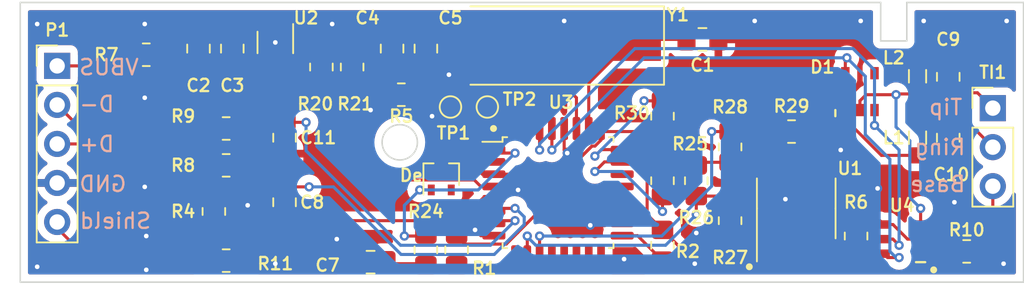
<source format=kicad_pcb>
(kicad_pcb (version 20221018) (generator pcbnew)
  (layers (0 "F.Cu" signal) (31 "B.Cu" signal) (34 "B.Paste" user) (35 "F.Paste" user) (36 "B.SilkS" user "B.Silkscreen") (37 "F.SilkS" user "F.Silkscreen") (38 "B.Mask" user) (39 "F.Mask" user) (44 "Edge.Cuts" user))
  (net 0 "")
  (net 1 "GND")
  (net 2 "Net-(U3-X2)")
  (net 3 "VBUS")
  (net 4 "+3V3")
  (net 5 "Net-(U3-X1{slash}CLKI)")
  (net 6 "RESET")
  (net 7 "D_PLUS")
  (net 8 "Net-(TI1-Pin_1)")
  (net 9 "Net-(TI1-Pin_2)")
  (net 10 "D_MINUS")
  (net 11 "Net-(U4B-C1)")
  (net 12 "Net-(U4A-C1)")
  (net 13 "MCU_TIP")
  (net 14 "MCU_RING")
  (net 15 "VREGEN")
  (net 17 "SUSPEND")
  (net 18 "Net-(P1-Pin_1)")
  (net 19 "Net-(P1-Pin_2)")
  (net 20 "Net-(P1-Pin_3)")
  (net 21 "Net-(P1-Pin_5)")
  (net 22 "Net-(U3-SIN{slash}IR_SIN)")
  (net 23 "PUR")
  (net 24 "Net-(TI1-Pin_3)")
  (net 25 "+1V8")
  (net 26 "/TEST0")
  (net 27 "SDA")
  (net 28 "Net-(U1-SDA)")
  (net 29 "SCL")
  (net 30 "Net-(U1-SCL)")
  (net 31 "/TEST1")
  (net 32 "Net-(U3-P3.0)")
  (net 33 "Net-(U3-P3.1)")
  (footprint "Capacitor_SMD:C_0805_2012Metric_Pad1.18x1.45mm_HandSolder" (layer "F.Cu") (at 144.4 102.4 180)
    (fp_text reference "C1")
    (fp_text value "33p?")
  )
  (footprint "Inductor_SMD:L_0805_2012Metric_Pad1.05x1.20mm_HandSolder" (layer "F.Cu") (at 158.4 108.8 90)
    (fp_text reference "L1")
    (fp_text value "1m")
  )
  (footprint "Resistor_SMD:R_0805_2012Metric_Pad1.20x1.40mm_HandSolder" (layer "F.Cu") (at 121.6 104.2 90)
    (fp_text reference "R21")
    (fp_text value "100k")
  )
  (footprint "Resistor_SMD:R_0805_2012Metric_Pad1.20x1.40mm_HandSolder" (layer "F.Cu") (at 150.2 108.4)
    (fp_text reference "R29")
    (fp_text value "0")
  )
  (footprint "Resistor_SMD:R_0805_2012Metric_Pad1.20x1.40mm_HandSolder" (layer "F.Cu") (at 124.8 106)
    (fp_text reference "R5")
    (fp_text value "10k")
  )
  (footprint "Resistor_SMD:R_0805_2012Metric_Pad1.20x1.40mm_HandSolder" (layer "F.Cu") (at 112.6 113.6 90)
    (fp_text reference "R4")
    (fp_text value "1.5k")
  )
  (footprint "Resistor_SMD:R_0805_2012Metric_Pad1.20x1.40mm_HandSolder" (layer "F.Cu") (at 113.4 108.2 180)
    (fp_text reference "R9")
    (fp_text value "22")
  )
  (footprint "Resistor_SMD:R_0805_2012Metric_Pad1.20x1.40mm_HandSolder" (layer "F.Cu") (at 141.8 107.4 90)
    (fp_text reference "R30")
    (fp_text value "5.1k")
  )
  (footprint "Resistor_SMD:R_0805_2012Metric_Pad1.20x1.40mm_HandSolder" (layer "F.Cu") (at 119.6 104.2 -90)
    (fp_text reference "R20")
    (fp_text value "90.9k")
  )
  (footprint "Resistor_SMD:R_0805_2012Metric_Pad1.20x1.40mm_HandSolder" (layer "F.Cu") (at 141.8 115.8 -90)
    (fp_text reference "R2")
    (fp_text value "10k")
  )
  (footprint "Capacitor_SMD:C_0805_2012Metric_Pad1.18x1.45mm_HandSolder" (layer "F.Cu") (at 122.8 116.9 180)
    (fp_text reference "C7")
    (fp_text value "1u?")
  )
  (footprint "Package_SO:SOIC-8_3.9x4.9mm_P1.27mm" (layer "F.Cu") (at 150.505 113.4 90)
    (fp_text reference "U1")
    (fp_text value "24LC64")
  )
  (footprint "Resistor_SMD:R_0805_2012Metric_Pad1.20x1.40mm_HandSolder" (layer "F.Cu") (at 161.6 116.2 180)
    (fp_text reference "R10")
    (fp_text value "0")
  )
  (footprint "Inductor_SMD:L_0805_2012Metric_Pad1.05x1.20mm_HandSolder" (layer "F.Cu") (at 158.4 104.8 90)
    (fp_text reference "L2")
    (fp_text value "1m")
  )
  (footprint "Connector_PinHeader_2.54mm:PinHeader_1x03_P2.54mm_Vertical" (layer "F.Cu") (at 163.3 106.875)
    (fp_text reference "TI1")
    (fp_text value "Wire")
  )
  (footprint "Crystal:Crystal_SMD_HC49-SD" (layer "F.Cu") (at 135.2 102.8 180)
    (fp_text reference "Y1")
    (fp_text value "12MHz")
  )
  (footprint "Connector_PinHeader_2.54mm:PinHeader_1x05_P2.54mm_Vertical" (layer "F.Cu") (at 102.4 104.125)
    (fp_text reference "P1")
    (fp_text value "Conn_1x5")
  )
  (footprint "Resistor_SMD:R_0805_2012Metric_Pad1.20x1.40mm_HandSolder" (layer "F.Cu") (at 154.4 115.2 90)
    (fp_text reference "R6")
    (fp_text value "10k")
  )
  (footprint "Capacitor_SMD:C_0805_2012Metric_Pad1.18x1.45mm_HandSolder" (layer "F.Cu") (at 117.2 113 -90)
    (fp_text reference "C8")
    (fp_text value "~")
  )
  (footprint "Capacitor_SMD:C_0805_2012Metric_Pad1.18x1.45mm_HandSolder" (layer "F.Cu") (at 126.4 103 -90)
    (fp_text reference "C5")
    (fp_text value "33p?")
  )
  (footprint "Package_TO_SOT_SMD:SOT-323_SC-70" (layer "F.Cu") (at 127.4 111.2 90)
    (fp_text reference "De")
    (fp_text value "CH461F")
  )
  (footprint "Resistor_SMD:R_0805_2012Metric_Pad1.20x1.40mm_HandSolder" (layer "F.Cu") (at 113.4 110.6 180)
    (fp_text reference "R8")
    (fp_text value "22")
  )
  (footprint "Resistor_SMD:R_0805_2012Metric_Pad1.20x1.40mm_HandSolder" (layer "F.Cu") (at 108.2 103.4 180)
    (fp_text reference "R7")
    (fp_text value "0")
  )
  (footprint "Package_TO_SOT_SMD:SOT-353_SC-70-5" (layer "F.Cu") (at 116.6 102.6 -90)
    (fp_text reference "U2")
    (fp_text value "TPS71533__SC70")
  )
  (footprint "Capacitor_SMD:C_0805_2012Metric_Pad1.18x1.45mm_HandSolder" (layer "F.Cu") (at 117.2 108.8 90)
    (fp_text reference "C11")
    (fp_text value "~")
  )
  (footprint "Capacitor_SMD:C_0805_2012Metric_Pad1.18x1.45mm_HandSolder" (layer "F.Cu") (at 111.6 103 90)
    (fp_text reference "C2")
    (fp_text value "0.47u?")
  )
  (footprint "Capacitor_SMD:C_0805_2012Metric_Pad1.18x1.45mm_HandSolder" (layer "F.Cu") (at 160.4 104.8375 -90)
    (fp_text reference "C9")
    (fp_text value "~")
  )
  (footprint "Resistor_SMD:R_0805_2012Metric_Pad1.20x1.40mm_HandSolder" (layer "F.Cu") (at 128.4 116.1 -90)
    (fp_text reference "R1")
    (fp_text value "15k")
  )
  (footprint "Package_TO_SOT_SMD:SOT-457" (layer "F.Cu") (at 157.4 115.4 90)
    (fp_text reference "U4")
    (fp_text value "IMH8A" hide)
  )
  (footprint "TestPoint:TestPoint_Pad_D1.0mm" (layer "F.Cu") (at 130.4 106.8)
    (fp_text reference "TP2")
    (fp_text value "~")
  )
  (footprint "Resistor_SMD:R_0805_2012Metric_Pad1.20x1.40mm_HandSolder" (layer "F.Cu") (at 113.4 116.8)
    (fp_text reference "R11")
    (fp_text value "0")
  )
  (footprint "Resistor_SMD:R_0805_2012Metric_Pad1.20x1.40mm_HandSolder" (layer "F.Cu") (at 146.2 109.4 90)
    (fp_text reference "R28")
    (fp_text value "5.1k")
  )
  (footprint "Capacitor_SMD:C_0805_2012Metric_Pad1.18x1.45mm_HandSolder" (layer "F.Cu") (at 124.2 103 90)
    (fp_text reference "C4")
    (fp_text value "0.1u?")
  )
  (footprint "Package_QFP:LQFP-32_7x7mm_P0.8mm" (layer "F.Cu") (at 135 112.375)
    (fp_text reference "U3")
    (fp_text value "TUSB3410")
  )
  (footprint "Resistor_SMD:R_0805_2012Metric_Pad1.20x1.40mm_HandSolder" (layer "F.Cu") (at 141.8 111.6 -90)
    (fp_text reference "R25")
    (fp_text value "5.1k")
  )
  (footprint "Resistor_SMD:R_0805_2012Metric_Pad1.20x1.40mm_HandSolder" (layer "F.Cu") (at 144 111.6 -90)
    (fp_text reference "R26")
    (fp_text value "5.1k")
  )
  (footprint "Capacitor_SMD:C_0805_2012Metric_Pad1.18x1.45mm_HandSolder" (layer "F.Cu") (at 160.4 108.8 -90)
    (fp_text reference "C10")
    (fp_text value "~")
  )
  (footprint "Capacitor_SMD:C_0805_2012Metric_Pad1.18x1.45mm_HandSolder" (layer "F.Cu") (at 113.8 103 90)
    (fp_text reference "C3")
    (fp_text value "0.1u?")
  )
  (footprint "Resistor_SMD:R_0805_2012Metric_Pad1.20x1.40mm_HandSolder" (layer "F.Cu") (at 146.2 114.2 -90)
    (fp_text reference "R27")
    (fp_text value "0")
  )
  (footprint "Resistor_SMD:R_0805_2012Metric_Pad1.20x1.40mm_HandSolder" (layer "F.Cu") (at 126.4 116.1 -90)
    (fp_text reference "R24")
    (fp_text value "32.4k")
  )
  (footprint "Package_TO_SOT_SMD:SOT-753" (layer "F.Cu") (at 154.65 105.8)
    (fp_text reference "D1")
    (fp_text value "RB471E" hide)
  )
  (footprint "TestPoint:TestPoint_Pad_D1.0mm" (layer "F.Cu") (at 128 106.8)
    (fp_text reference "TP1")
    (fp_text value "~")
  )
  (gr_circle (center 147.45 117.2) (end 147.6 117.2) (stroke (width 0.15)) (fill solid) (layer "F.SilkS"))
  (gr_circle (center 130.8 108.2) (end 130.95 108.2) (stroke (width 0.15)) (fill solid) (layer "F.SilkS"))
  (gr_circle (center 159.45 117.4) (end 159.6 117.4) (stroke (width 0.15)) (fill solid) (layer "F.SilkS"))
  (gr_line (start 157.7 102.5) (end 157.7 100) (stroke (width 0.1)) (layer "Edge.Cuts"))
  (gr_line (start 100 100) (end 156 100) (stroke (width 0.1)) (layer "Edge.Cuts"))
  (gr_line (start 156 102.5) (end 157.7 102.5) (stroke (width 0.1)) (layer "Edge.Cuts"))
  (gr_circle (center 124.7 109.1) (end 125.85 109.1) (stroke (width 0.1)) (fill none) (layer "Edge.Cuts"))
  (gr_line (start 100 118.2) (end 100 100) (stroke (width 0.1)) (layer "Edge.Cuts"))
  (gr_line (start 100 118.2) (end 165.3 118.2) (stroke (width 0.1)) (layer "Edge.Cuts"))
  (gr_line (start 156 100) (end 156 102.5) (stroke (width 0.1)) (layer "Edge.Cuts"))
  (gr_line (start 165.3 118.2) (end 165.3 100) (stroke (width 0.1)) (layer "Edge.Cuts"))
  (gr_line (start 165.3 100) (end 157.7 100) (stroke (width 0.1)) (layer "Edge.Cuts"))
  (gr_text "Ring" (at 161.6 110) (layer "B.SilkS") (effects (font (size 1 1)) (justify left bottom mirror)))
  (gr_text "D+" (at 106.2 109.8) (layer "B.SilkS") (effects (font (size 1 1)) (justify left bottom mirror)))
  (gr_text "Shield" (at 108.6 114.8) (layer "B.SilkS") (effects (font (size 1 1)) (justify left bottom mirror)))
  (gr_text "VBUS" (at 107.8 104.8) (layer "B.SilkS") (effects (font (size 1 1)) (justify left bottom mirror)))
  (gr_text "Tip" (at 161.4 107.4) (layer "B.SilkS") (effects (font (size 1 1)) (justify left bottom mirror)))
  (gr_text "Base" (at 161.6 112.4) (layer "B.SilkS") (effects (font (size 1 1)) (justify left bottom mirror)))
  (gr_text "D-" (at 106.2 107.2) (layer "B.SilkS") (effects (font (size 1 1)) (justify left bottom mirror)))
  (gr_text "GND" (at 107 112.4) (layer "B.SilkS") (effects (font (size 1 1)) (justify left bottom mirror)))
  (segment (start 149.87 110.925) (end 149.87 112.73) (width 0.2) (layer "F.Cu") (net 1))
  (segment (start 137.225 114.375) (end 137.1 114.5) (width 0.2) (layer "F.Cu") (net 1))
  (segment (start 135.4 109.6) (end 135.6 109.8) (width 0.2) (layer "F.Cu") (net 1))
  (segment (start 135.4 108.2) (end 135.4 109.6) (width 0.2) (layer "F.Cu") (net 1))
  (segment (start 149.87 112.73) (end 149.8 112.8) (width 0.2) (layer "F.Cu") (net 1))
  (segment (start 116.6 102.6) (end 116.6 101.65) (width 0.2) (layer "F.Cu") (net 1))
  (segment (start 139.175 114.375) (end 137.225 114.375) (width 0.2) (layer "F.Cu") (net 1))
  (segment (start 130.825 115.175) (end 129.975 115.175) (width 0.2) (layer "F.Cu") (net 1))
  (segment (start 129.975 115.175) (end 129.6 114.8) (width 0.2) (layer "F.Cu") (net 1))
  (via (at 143.9 117) (size 0.6) (drill 0.3) (layers "F.Cu" "B.Cu") (net 1))
  (via (at 116.6 117) (size 0.6) (drill 0.3) (layers "F.Cu" "B.Cu") (net 1))
  (via (at 108.1 101.4) (size 0.6) (drill 0.3) (layers "F.Cu" "B.Cu") (net 1))
  (via (at 108.1 112) (size 0.6) (drill 0.3) (layers "F.Cu" "B.Cu") (net 1))
  (via (at 120.6 115.4) (size 0.6) (drill 0.3) (layers "F.Cu" "B.Cu") (net 1))
  (via (at 155.8 112.1) (size 0.6) (drill 0.3) (layers "F.Cu" "B.Cu") (net 1))
  (via (at 120.3 101.4) (size 0.6) (drill 0.3) (layers "F.Cu" "B.Cu") (net 1))
  (via (at 101.1 117.2) (size 0.6) (drill 0.3) (layers "F.Cu" "B.Cu") (net 1))
  (via (at 149.8 112.8) (size 0.6) (drill 0.3) (layers "F.Cu" "B.Cu") (net 1))
  (via (at 108.1 106.2) (size 0.6) (drill 0.3) (layers "F.Cu" "B.Cu") (net 1))
  (via (at 144 115) (size 0.6) (drill 0.3) (layers "F.Cu" "B.Cu") (net 1))
  (via (at 127.9 104.7) (size 0.6) (drill 0.3) (layers "F.Cu" "B.Cu") (net 1))
  (via (at 135.4 101.2) (size 0.6) (drill 0.3) (layers "F.Cu" "B.Cu") (net 1))
  (via (at 158.8 101.2) (size 0.6) (drill 0.3) (layers "F.Cu" "B.Cu") (net 1))
  (via (at 137.1 114.5) (size 0.6) (drill 0.3) (layers "F.Cu" "B.Cu") (net 1))
  (via (at 114.8 113.2) (size 0.6) (drill 0.3) (layers "F.Cu" "B.Cu") (net 1))
  (via (at 154.7 101.2) (size 0.6) (drill 0.3) (layers "F.Cu" "B.Cu") (net 1))
  (via (at 135.6 109.8) (size 0.6) (drill 0.3) (layers "F.Cu" "B.Cu") (net 1))
  (via (at 122.8 107) (size 0.6) (drill 0.3) (layers "F.Cu" "B.Cu") (net 1))
  (via (at 139.3 116.7) (size 0.6) (drill 0.3) (layers "F.Cu" "B.Cu") (net 1))
  (via (at 164 117) (size 0.6) (drill 0.3) (layers "F.Cu" "B.Cu") (net 1))
  (via (at 132.4 112.2) (size 0.6) (drill 0.3) (layers "F.Cu" "B.Cu") (net 1))
  (via (at 129.6 114.8) (size 0.6) (drill 0.3) (layers "F.Cu" "B.Cu") (net 1))
  (via (at 153.4 109.6) (size 0.6) (drill 0.3) (layers "F.Cu" "B.Cu") (net 1))
  (via (at 116.6 102.6) (size 0.6) (drill 0.3) (layers "F.Cu" "B.Cu") (net 1))
  (via (at 147.8 101.2) (size 0.6) (drill 0.3) (layers "F.Cu" "B.Cu") (net 1))
  (via (at 108.2 115.2) (size 0.6) (drill 0.3) (layers "F.Cu" "B.Cu") (net 1))
  (via (at 108.2 117.4) (size 0.6) (drill 0.3) (layers "F.Cu" "B.Cu") (net 1))
  (via (at 164.2 101.2) (size 0.6) (drill 0.3) (layers "F.Cu" "B.Cu") (net 1))
  (via (at 126.8 107.4) (size 0.6) (drill 0.3) (layers "F.Cu" "B.Cu") (net 1))
  (via (at 101.1 101.4) (size 0.6) (drill 0.3) (layers "F.Cu" "B.Cu") (net 1))
  (via (at 160.8 113) (size 0.6) (drill 0.3) (layers "F.Cu" "B.Cu") (net 1))
  (segment (start 143.3625 102.4) (end 139.85 102.4) (width 0.2) (layer "F.Cu") (net 2))
  (segment (start 137 105.25) (end 137 108.2) (width 0.2) (layer "F.Cu") (net 2))
  (segment (start 139.85 102.4) (end 139.45 102.8) (width 0.2) (layer "F.Cu") (net 2))
  (segment (start 139.45 102.8) (end 137 105.25) (width 0.2) (layer "F.Cu") (net 2))
  (segment (start 113.8 103.4375) (end 115.8375 103.4375) (width 0.2) (layer "F.Cu") (net 3))
  (segment (start 115.8375 103.4375) (end 115.95 103.55) (width 0.2) (layer "F.Cu") (net 3))
  (segment (start 109.2 103.4) (end 111.5625 103.4) (width 0.2) (layer "F.Cu") (net 3))
  (segment (start 111.6 103.4375) (end 113.8 103.4375) (width 0.2) (layer "F.Cu") (net 3))
  (segment (start 111.5625 103.4) (end 111.6 103.4375) (width 0.2) (layer "F.Cu") (net 3))
  (segment (start 135.425 111.175) (end 135.425 111.126471) (width 0.2) (layer "F.Cu") (net 4))
  (segment (start 132.377253 114.974218) (end 133.970494 113.380977) (width 0.2) (layer "F.Cu") (net 4))
  (segment (start 156.2 114.45) (end 156.8 114.45) (width 0.2) (layer "F.Cu") (net 4))
  (segment (start 133.970494 113.380977) (end 133.970494 112.580977) (width 0.2) (layer "F.Cu") (net 4))
  (segment (start 124.1375 104.1) (end 124.2 104.0375) (width 0.2) (layer "F.Cu") (net 4))
  (segment (start 148.259448 114.6) (end 154 114.6) (width 0.2) (layer "F.Cu") (net 4))
  (segment (start 132.623529 111.175) (end 130.825 111.175) (width 0.2) (layer "F.Cu") (net 4))
  (segment (start 119.6 103.2) (end 117.6 103.2) (width 0.2) (layer "F.Cu") (net 4))
  (segment (start 154.45 114.65) (end 154.4 114.6) (width 0.2) (layer "F.Cu") (net 4))
  (segment (start 156.8 114.45) (end 157.75 115.4) (width 0.2) (layer "F.Cu") (net 4))
  (segment (start 141.8 114.8) (end 143.1 116.1) (width 0.2) (layer "F.Cu") (net 4))
  (segment (start 154 114.6) (end 154.4 114.2) (width 0.2) (layer "F.Cu") (net 4))
  (segment (start 154.4 114.2) (end 155.95 114.2) (width 0.2) (layer "F.Cu") (net 4))
  (segment (start 148 114.859448) (end 148.259448 114.6) (width 0.2) (layer "F.Cu") (net 4))
  (segment (start 157.75 115.4) (end 158.6 115.4) (width 0.2) (layer "F.Cu") (net 4))
  (segment (start 133.970494 112.580977) (end 133.970494 112.521965) (width 0.2) (layer "F.Cu") (net 4))
  (segment (start 137.205977 109.345494) (end 137.404505 109.345494) (width 0.2) (layer "F.Cu") (net 4))
  (segment (start 138 108.4) (end 137.8 108.2) (width 0.2) (layer "F.Cu") (net 4))
  (segment (start 124.2 104.0375) (end 124.2 105.6) (width 0.2) (layer "F.Cu") (net 4))
  (segment (start 133.970494 112.521965) (end 132.623529 111.175) (width 0.2) (layer "F.Cu") (net 4))
  (segment (start 130.075001 111.175) (end 129.750001 110.85) (width 0.2) (layer "F.Cu") (net 4))
  (segment (start 155.95 114.2) (end 156.2 114.45) (width 0.2) (layer "F.Cu") (net 4))
  (segment (start 146.2 110.4) (end 144.2 110.4) (width 0.2) (layer "F.Cu") (net 4))
  (segment (start 140.8 111.6) (end 141.8 110.6) (width 0.2) (layer "F.Cu") (net 4))
  (segment (start 117.6 103.2) (end 117.25 103.55) (width 0.2) (layer "F.Cu") (net 4))
  (segment (start 148 114.984744) (end 148 114.859448) (width 0.2) (layer "F.Cu") (net 4))
  (segment (start 140.8 113.8) (end 140.8 111.6) (width 0.2) (layer "F.Cu") (net 4))
  (segment (start 128.925 115.725) (end 131.629506 115.725) (width 0.2) (layer "F.Cu") (net 4))
  (segment (start 144.2 110.4) (end 144 110.6) (width 0.2) (layer "F.Cu") (net 4))
  (segment (start 133.970494 112.580977) (end 137.205977 109.345494) (width 0.2) (layer "F.Cu") (net 4))
  (segment (start 146.884744 116.1) (end 148 114.984744) (width 0.2) (layer "F.Cu") (net 4))
  (segment (start 148.6 111.6) (end 147.4 110.4) (width 0.2) (layer "F.Cu") (net 4))
  (segment (start 135.425 111.126471) (end 137.205977 109.345494) (width 0.2) (layer "F.Cu") (net 4))
  (segment (start 141.8 108.4) (end 138 108.4) (width 0.2) (layer "F.Cu") (net 4))
  (segment (start 144 110.6) (end 141.8 110.6) (width 0.2) (layer "F.Cu") (net 4))
  (segment (start 147.4 110.4) (end 146.2 110.4) (width 0.2) (layer "F.Cu") (net 4))
  (segment (start 143.1 116.1) (end 146.884744 116.1) (width 0.2) (layer "F.Cu") (net 4))
  (segment (start 141.8 110.6) (end 141.8 108.4) (width 0.2) (layer "F.Cu") (net 4))
  (segment (start 137.404505 109.345494) (end 137.8 108.949999) (width 0.2) (layer "F.Cu") (net 4))
  (segment (start 129.750001 110.85) (end 127.051112 110.85) (width 0.2) (layer "F.Cu") (net 4))
  (segment (start 119.6 103.2) (end 120.5 104.1) (width 0.2) (layer "F.Cu") (net 4))
  (segment (start 127.051112 110.85) (end 126.8 110.598888) (width 0.2) (layer "F.Cu") (net 4))
  (segment (start 126.8 108.6) (end 124.2 106) (width 0.2) (layer "F.Cu") (net 4))
  (segment (start 132.377253 114.977253) (end 132.377253 114.974218) (width 0.2) (layer "F.Cu") (net 4))
  (segment (start 131.629506 115.725) (end 132.377253 114.977253) (width 0.2) (layer "F.Cu") (net 4))
  (segment (start 137.8 108.949999) (end 137.8 108.2) (width 0.2) (layer "F.Cu") (net 4))
  (segment (start 128.4 115.2) (end 128.925 115.725) (width 0.2) (layer "F.Cu") (net 4))
  (segment (start 124.2 106) (end 123.8 106) (width 0.2) (layer "F.Cu") (net 4))
  (segment (start 126.8 110.598888) (end 126.8 108.6) (width 0.2) (layer "F.Cu") (net 4))
  (segment (start 130.825 111.175) (end 130.075001 111.175) (width 0.2) (layer "F.Cu") (net 4))
  (segment (start 120.5 104.1) (end 124.1375 104.1) (width 0.2) (layer "F.Cu") (net 4))
  (segment (start 141.8 114.8) (end 140.8 113.8) (width 0.2) (layer "F.Cu") (net 4))
  (segment (start 124.2 105.6) (end 123.8 106) (width 0.2) (layer "F.Cu") (net 4))
  (segment (start 136.2 106.2) (end 136.2 108.2) (width 0.2) (layer "F.Cu") (net 5))
  (segment (start 130.95 102.8) (end 127.6375 102.8) (width 0.2) (layer "F.Cu") (net 5))
  (segment (start 132.8 102.8) (end 136.2 106.2) (width 0.2) (layer "F.Cu") (net 5))
  (segment (start 130.95 102.8) (end 132.8 102.8) (width 0.2) (layer "F.Cu") (net 5))
  (segment (start 127.6375 102.8) (end 126.4 104.0375) (width 0.2) (layer "F.Cu") (net 5))
  (segment (start 126.2 117) (end 126.4 117.2) (width 0.2) (layer "F.Cu") (net 6))
  (segment (start 123.8375 117) (end 126.2 117) (width 0.2) (layer "F.Cu") (net 6))
  (segment (start 128.4 117.2) (end 131.55 117.2) (width 0.2) (layer "F.Cu") (net 6))
  (segment (start 131.55 117.2) (end 132.2 116.55) (width 0.2) (layer "F.Cu") (net 6))
  (segment (start 126.4 117.2) (end 128.4 117.2) (width 0.2) (layer "F.Cu") (net 6))
  (segment (start 115.8375 110.6) (end 117.2 111.9625) (width 0.2) (layer "F.Cu") (net 7))
  (segment (start 131 113.4) (end 130.825 113.575) (width 0.2) (layer "F.Cu") (net 7))
  (segment (start 132.2 113.4) (end 131 113.4) (width 0.2) (layer "F.Cu") (net 7))
  (segment (start 118.8 112) (end 117.2375 112) (width 0.2) (layer "F.Cu") (net 7))
  (segment (start 117.2375 112) (end 117.2 111.9625) (width 0.2) (layer "F.Cu") (net 7))
  (segment (start 114.4 110.6) (end 114.4 110.8) (width 0.2) (layer "F.Cu") (net 7))
  (segment (start 114.4 110.6) (end 115.8375 110.6) (width 0.2) (layer "F.Cu") (net 7))
  (via (at 132.2 113.4) (size 0.6) (drill 0.3) (layers "F.Cu" "B.Cu") (net 7))
  (via (at 118.8 112) (size 0.6) (drill 0.3) (layers "F.Cu" "B.Cu") (net 7))
  (segment (start 132.248529 113.4) (end 132.2 113.4) (width 0.2) (layer "B.Cu") (net 7))
  (segment (start 124.785785 116.4) (end 130.848529 116.4) (width 0.2) (layer "B.Cu") (net 7))
  (segment (start 118.8 112) (end 120.385786 112) (width 0.2) (layer "B.Cu") (net 7))
  (segment (start 132.8 114.448529) (end 132.8 113.951471) (width 0.2) (layer "B.Cu") (net 7))
  (segment (start 130.848529 116.4) (end 132.8 114.448529) (width 0.2) (layer "B.Cu") (net 7))
  (segment (start 132.8 113.951471) (end 132.248529 113.4) (width 0.2) (layer "B.Cu") (net 7))
  (segment (start 120.385786 112) (end 124.785785 116.4) (width 0.2) (layer "B.Cu") (net 7))
  (segment (start 163.3 106.875) (end 163.3 106.7) (width 0.2) (layer "F.Cu") (net 8))
  (segment (start 162.3 105.875) (end 163.3 106.875) (width 0.2) (layer "F.Cu") (net 8))
  (segment (start 160.4 105.65) (end 160.4 105.875) (width 0.2) (layer "F.Cu") (net 8))
  (segment (start 158.4 103.65) (end 160.4 105.65) (width 0.2) (layer "F.Cu") (net 8))
  (segment (start 160.4 105.875) (end 162.3 105.875) (width 0.2) (layer "F.Cu") (net 8))
  (segment (start 163.3 109.415) (end 161.6475 107.7625) (width 0.2) (layer "F.Cu") (net 9))
  (segment (start 158.5125 107.7625) (end 158.4 107.65) (width 0.2) (layer "F.Cu") (net 9))
  (segment (start 161.6475 107.7625) (end 160.4 107.7625) (width 0.2) (layer "F.Cu") (net 9))
  (segment (start 160.4 107.7625) (end 158.5125 107.7625) (width 0.2) (layer "F.Cu") (net 9))
  (segment (start 114.8375 107.7625) (end 114.4 108.2) (width 0.2) (layer "F.Cu") (net 10))
  (segment (start 118.6 107.8) (end 117.2375 107.8) (width 0.2) (layer "F.Cu") (net 10))
  (segment (start 132.2 114.2) (end 131 114.2) (width 0.2) (layer "F.Cu") (net 10))
  (segment (start 117.2375 107.8) (end 117.2 107.7625) (width 0.2) (layer "F.Cu") (net 10))
  (segment (start 131 114.2) (end 130.825 114.375) (width 0.2) (layer "F.Cu") (net 10))
  (segment (start 117.2 107.7625) (end 114.8375 107.7625) (width 0.2) (layer "F.Cu") (net 10))
  (via (at 118.6 107.8) (size 0.6) (drill 0.3) (layers "F.Cu" "B.Cu") (net 10))
  (via (at 132.2 114.2) (size 0.6) (drill 0.3) (layers "F.Cu" "B.Cu") (net 10))
  (segment (start 118.6 107.8) (end 118.6 109.648529) (width 0.2) (layer "B.Cu") (net 10))
  (segment (start 130.6 115.8) (end 132.2 114.2) (width 0.2) (layer "B.Cu") (net 10))
  (segment (start 118.6 109.648529) (end 124.751471 115.8) (width 0.2) (layer "B.Cu") (net 10))
  (segment (start 124.751471 115.8) (end 130.6 115.8) (width 0.2) (layer "B.Cu") (net 10))
  (segment (start 159.2 116.55) (end 158.6 116.55) (width 0.2) (layer "F.Cu") (net 11))
  (segment (start 153.7 107.6) (end 153.7 107) (width 0.2) (layer "F.Cu") (net 11))
  (segment (start 159.3 116.45) (end 159.2 116.55) (width 0.2) (layer "F.Cu") (net 11))
  (segment (start 159.3 115.715256) (end 159.3 116.45) (width 0.2) (layer "F.Cu") (net 11))
  (segment (start 159.607628 115.407628) (end 159.3 115.715256) (width 0.2) (layer "F.Cu") (net 11))
  (segment (start 156.05 109.95) (end 153.7 107.6) (width 0.2) (layer "F.Cu") (net 11))
  (segment (start 159.607628 111.157628) (end 159.607628 115.407628) (width 0.2) (layer "F.Cu") (net 11))
  (segment (start 158.4 109.95) (end 156.05 109.95) (width 0.2) (layer "F.Cu") (net 11))
  (segment (start 158.4 109.95) (end 159.607628 111.157628) (width 0.2) (layer "F.Cu") (net 11))
  (segment (start 155.05 106) (end 154.65 106.4) (width 0.2) (layer "F.Cu") (net 12))
  (segment (start 157.05 105.95) (end 157 106) (width 0.2) (layer "F.Cu") (net 12))
  (segment (start 158.4 105.95) (end 157.05 105.95) (width 0.2) (layer "F.Cu") (net 12))
  (segment (start 154.65 106.4) (end 154.65 107) (width 0.2) (layer "F.Cu") (net 12))
  (segment (start 158.6 114.65) (end 158.6 113.6) (width 0.2) (layer "F.Cu") (net 12))
  (segment (start 157 106) (end 155.05 106) (width 0.2) (layer "F.Cu") (net 12))
  (via (at 157 106) (size 0.6) (drill 0.3) (layers "F.Cu" "B.Cu") (net 12))
  (via (at 158.6 113.4) (size 0.6) (drill 0.3) (layers "F.Cu" "B.Cu") (net 12))
  (segment (start 158.6 113.4) (end 157.9 112.7) (width 0.2) (layer "B.Cu") (net 12))
  (segment (start 157.9 112.2) (end 157.9 109) (width 0.2) (layer "B.Cu") (net 12))
  (segment (start 157.9 112.7) (end 157.9 112.2) (width 0.2) (layer "B.Cu") (net 12))
  (segment (start 157.9 109) (end 157 108.1) (width 0.2) (layer "B.Cu") (net 12))
  (segment (start 158.6 113.6) (end 158.5 113.6) (width 0.2) (layer "B.Cu") (net 12))
  (segment (start 157 108.1) (end 157 106) (width 0.2) (layer "B.Cu") (net 12))
  (segment (start 133.8 108.2) (end 133.8 107.450001) (width 0.2) (layer "F.Cu") (net 13))
  (segment (start 131.749999 105.4) (end 126.2 105.4) (width 0.2) (layer "F.Cu") (net 13))
  (segment (start 133.8 107.450001) (end 131.749999 105.4) (width 0.2) (layer "F.Cu") (net 13))
  (segment (start 156.8 115.4) (end 156.2 115.4) (width 0.2) (layer "F.Cu") (net 13))
  (segment (start 157.2 115.8) (end 156.8 115.4) (width 0.2) (layer "F.Cu") (net 13))
  (segment (start 155.6 107) (end 155.6 108) (width 0.2) (layer "F.Cu") (net 13))
  (segment (start 133.8 109.6) (end 133.8 108.2) (width 0.2) (layer "F.Cu") (net 13))
  (via (at 155.6 108) (size 0.6) (drill 0.3) (layers "F.Cu" "B.Cu") (net 13))
  (via (at 157.2 115.8) (size 0.6) (drill 0.3) (layers "F.Cu" "B.Cu") (net 13))
  (via (at 133.8 109.6) (size 0.6) (drill 0.3) (layers "F.Cu" "B.Cu") (net 13))
  (segment (start 140 103) (end 154.2 103) (width 0.2) (layer "B.Cu") (net 13))
  (segment (start 154.2 103) (end 155.6 104.4) (width 0.2) (layer "B.Cu") (net 13))
  (segment (start 155.6 108) (end 157.2 109.6) (width 0.2) (layer "B.Cu") (net 13))
  (segment (start 133.8 109.2) (end 140 103) (width 0.2) (layer "B.Cu") (net 13))
  (segment (start 133.8 109.6) (end 133.8 109.2) (width 0.2) (layer "B.Cu") (net 13))
  (segment (start 155.6 104.4) (end 155.6 108) (width 0.2) (layer "B.Cu") (net 13))
  (segment (start 157.2 109.6) (end 157.2 115.8) (width 0.2) (layer "B.Cu") (net 13))
  (segment (start 134.6 109.6) (end 134.6 108.2) (width 0.2) (layer "F.Cu") (net 14))
  (segment (start 156.45 116.6) (end 156.2 116.35) (width 0.2) (layer "F.Cu") (net 14))
  (segment (start 156.05 116.2) (end 156.2 116.35) (width 0.2) (layer "F.Cu") (net 14))
  (segment (start 157.2 116.6) (end 156.45 116.6) (width 0.2) (layer "F.Cu") (net 14))
  (segment (start 154.4 116.2) (end 156.05 116.2) (width 0.2) (layer "F.Cu") (net 14))
  (segment (start 153.7 104.6) (end 153.7 103.7) (width 0.2) (layer "F.Cu") (net 14))
  (segment (start 153.7 103.7) (end 153.8 103.6) (width 0.2) (layer "F.Cu") (net 14))
  (via (at 153.8 103.6) (size 0.6) (drill 0.3) (layers "F.Cu" "B.Cu") (net 14))
  (via (at 157.2 116.6) (size 0.6) (drill 0.3) (layers "F.Cu" "B.Cu") (net 14))
  (via (at 134.6 109.6) (size 0.6) (drill 0.3) (layers "F.Cu" "B.Cu") (net 14))
  (segment (start 134.6 109.6) (end 140.6 103.6) (width 0.2) (layer "B.Cu") (net 14))
  (segment (start 156.6 116.2) (end 157.2 116.8) (width 0.2) (layer "B.Cu") (net 14))
  (segment (start 140.6 103.6) (end 153.8 103.6) (width 0.2) (layer "B.Cu") (net 14))
  (segment (start 153.8 103.6) (end 155 104.8) (width 0.2) (layer "B.Cu") (net 14))
  (segment (start 156.6 110.2) (end 156.6 116.2) (width 0.2) (layer "B.Cu") (net 14))
  (segment (start 155 104.8) (end 155 108.6) (width 0.2) (layer "B.Cu") (net 14))
  (segment (start 155 108.6) (end 156.6 110.2) (width 0.2) (layer "B.Cu") (net 14))
  (segment (start 126.2 115.4) (end 126 115.2) (width 0.2) (layer "F.Cu") (net 15))
  (segment (start 132.2 109.8) (end 131.05 109.8) (width 0.2) (layer "F.Cu") (net 15))
  (segment (start 126.4 115.2) (end 126.2 115.4) (width 0.2) (layer "F.Cu") (net 15))
  (segment (start 131.05 109.8) (end 130.825 109.575) (width 0.2) (layer "F.Cu") (net 15))
  (segment (start 126 115.2) (end 125 115.2) (width 0.2) (layer "F.Cu") (net 15))
  (segment (start 126.75 112.2) (end 126 112.2) (width 0.2) (layer "F.Cu") (net 15))
  (via (at 126 112.2) (size 0.6) (drill 0.3) (layers "F.Cu" "B.Cu") (net 15))
  (via (at 125 115.2) (size 0.6) (drill 0.3) (layers "F.Cu" "B.Cu") (net 15))
  (via (at 132.2 109.8) (size 0.6) (drill 0.3) (layers "F.Cu" "B.Cu") (net 15))
  (segment (start 129.8 112.2) (end 132.2 109.8) (width 0.2) (layer "B.Cu") (net 15))
  (segment (start 126 112.2) (end 129.8 112.2) (width 0.2) (layer "B.Cu") (net 15))
  (segment (start 125 115.2) (end 125 113.2) (width 0.2) (layer "B.Cu") (net 15))
  (segment (start 125 113.2) (end 126 112.2) (width 0.2) (layer "B.Cu") (net 15))
  (segment (start 127.4 110.2) (end 130.65 110.2) (width 0.2) (layer "F.Cu") (net 17))
  (segment (start 130.65 110.2) (end 130.825 110.375) (width 0.2) (layer "F.Cu") (net 17))
  (segment (start 106.475 104.125) (end 107.2 103.4) (width 0.2) (layer "F.Cu") (net 18))
  (segment (start 102 104.125) (end 106.475 104.125) (width 0.2) (layer "F.Cu") (net 18))
  (segment (start 103.935 108.2) (end 112.4 108.2) (width 0.2) (layer "F.Cu") (net 19))
  (segment (start 102.4 106.665) (end 103.935 108.2) (width 0.2) (layer "F.Cu") (net 19))
  (segment (start 102 109.205) (end 111.005 109.205) (width 0.2) (layer "F.Cu") (net 20))
  (segment (start 112.4 112.4) (end 112.6 112.6) (width 0.2) (layer "F.Cu") (net 20))
  (segment (start 112.4 110.6) (end 112.4 112.4) (width 0.2) (layer "F.Cu") (net 20))
  (segment (start 111.005 109.205) (end 112.4 110.6) (width 0.2) (layer "F.Cu") (net 20))
  (segment (start 104.515 116.8) (end 102 114.285) (width 0.2) (layer "F.Cu") (net 21))
  (segment (start 112.4 116.8) (end 104.515 116.8) (width 0.2) (layer "F.Cu") (net 21))
  (segment (start 139.175 115.175) (end 140.175 115.175) (width 0.2) (layer "F.Cu") (net 22))
  (segment (start 140.175 115.175) (end 141.8 116.8) (width 0.2) (layer "F.Cu") (net 22))
  (segment (start 128.650001 114.2) (end 120 114.2) (width 0.2) (layer "F.Cu") (net 23))
  (segment (start 115.4 114.6) (end 115.8 115) (width 0.2) (layer "F.Cu") (net 23))
  (segment (start 115.4 114.6) (end 112.6 114.6) (width 0.2) (layer "F.Cu") (net 23))
  (segment (start 118.6 115.6) (end 116.8 115.6) (width 0.2) (layer "F.Cu") (net 23))
  (segment (start 130.075001 112.775) (end 128.650001 114.2) (width 0.2) (layer "F.Cu") (net 23))
  (segment (start 120 114.2) (end 118.6 115.6) (width 0.2) (layer "F.Cu") (net 23))
  (segment (start 116.8 115.6) (end 116.2 115) (width 0.2) (layer "F.Cu") (net 23))
  (segment (start 115.8 115) (end 116.2 115) (width 0.2) (layer "F.Cu") (net 23))
  (segment (start 130.825 112.775) (end 130.075001 112.775) (width 0.2) (layer "F.Cu") (net 23))
  (segment (start 163.3 115.3) (end 162.4 116.2) (width 0.2) (layer "F.Cu") (net 24))
  (segment (start 163.3 111.955) (end 163.3 115.3) (width 0.2) (layer "F.Cu") (net 24))
  (segment (start 121.6 108.486439) (end 124.663561 111.55) (width 0.2) (layer "F.Cu") (net 25))
  (segment (start 124.663561 111.55) (end 129.55 111.55) (width 0.2) (layer "F.Cu") (net 25))
  (segment (start 129.975 111.975) (end 130.825 111.975) (width 0.2) (layer "F.Cu") (net 25))
  (segment (start 129.55 111.55) (end 129.975 111.975) (width 0.2) (layer "F.Cu") (net 25))
  (segment (start 121.6 105.2) (end 119.6 105.2) (width 0.2) (layer "F.Cu") (net 25))
  (segment (start 121.6 105.2) (end 121.6 108.486439) (width 0.2) (layer "F.Cu") (net 25))
  (segment (start 138.025 110.375) (end 137.4 111) (width 0.2) (layer "F.Cu") (net 26))
  (segment (start 139.175 110.375) (end 138.025 110.375) (width 0.2) (layer "F.Cu") (net 26))
  (segment (start 139.15 110.4) (end 139.175 110.375) (width 0.2) (layer "F.Cu") (net 26))
  (segment (start 141.8 113.6) (end 141.8 112.6) (width 0.2) (layer "F.Cu") (net 26))
  (via (at 141.8 113.6) (size 0.6) (drill 0.3) (layers "F.Cu" "B.Cu") (net 26))
  (via (at 137.4 111) (size 0.6) (drill 0.3) (layers "F.Cu" "B.Cu") (net 26))
  (segment (start 137.4 111) (end 139.2 111) (width 0.2) (layer "B.Cu") (net 26))
  (segment (start 139.2 111) (end 141.8 113.6) (width 0.2) (layer "B.Cu") (net 26))
  (segment (start 144 112.6) (end 145.6 112.6) (width 0.2) (layer "F.Cu") (net 27))
  (segment (start 133 115.2) (end 133 116.55) (width 0.2) (layer "F.Cu") (net 27))
  (segment (start 144 113.8) (end 144 112.6) (width 0.2) (layer "F.Cu") (net 27))
  (segment (start 145.6 112.6) (end 146.2 113.2) (width 0.2) (layer "F.Cu") (net 27))
  (via (at 133 115.2) (size 0.6) (drill 0.3) (layers "F.Cu" "B.Cu") (net 27))
  (via (at 144 113.8) (size 0.6) (drill 0.3) (layers "F.Cu" "B.Cu") (net 27))
  (segment (start 133.551471 115.8) (end 133 115.248529) (width 0.2) (layer "B.Cu") (net 27))
  (segment (start 133 115.248529) (end 133 115.2) (width 0.2) (layer "B.Cu") (net 27))
  (segment (start 142 115.8) (end 133.551471 115.8) (width 0.2) (layer "B.Cu") (net 27))
  (segment (start 144 113.8) (end 142 115.8) (width 0.2) (layer "B.Cu") (net 27))
  (segment (start 146.2 115.2) (end 147.2 114.2) (width 0.2) (layer "F.Cu") (net 28))
  (segment (start 147.2 114.2) (end 150.784999 114.2) (width 0.2) (layer "F.Cu") (net 28))
  (segment (start 150.784999 114.2) (end 152.41 112.574999) (width 0.2) (layer "F.Cu") (net 28))
  (segment (start 152.41 112.574999) (end 152.41 111.6) (width 0.2) (layer "F.Cu") (net 28))
  (segment (start 146.2 108.4) (end 145 108.4) (width 0.2) (layer "F.Cu") (net 29))
  (segment (start 149.2 108.4) (end 146.2 108.4) (width 0.2) (layer "F.Cu") (net 29))
  (segment (start 133.8 115.2) (end 133.8 116.55) (width 0.2) (layer "F.Cu") (net 29))
  (via (at 145 108.4) (size 0.6) (drill 0.3) (layers "F.Cu" "B.Cu") (net 29))
  (via (at 133.8 115.2) (size 0.6) (drill 0.3) (layers "F.Cu" "B.Cu") (net 29))
  (segment (start 141.751471 115.2) (end 145 111.951471) (width 0.2) (layer "B.Cu") (net 29))
  (segment (start 133.8 115.2) (end 141.751471 115.2) (width 0.2) (layer "B.Cu") (net 29))
  (segment (start 145 111.951471) (end 145 108.4) (width 0.2) (layer "B.Cu") (net 29))
  (segment (start 151.14 111.6) (end 151.14 108.46) (width 0.2) (layer "F.Cu") (net 30))
  (segment (start 151.14 108.46) (end 151.2 108.4) (width 0.2) (layer "F.Cu") (net 30))
  (segment (start 139.15 109.6) (end 139.175 109.575) (width 0.2) (layer "F.Cu") (net 31))
  (segment (start 137.825 109.575) (end 137.4 110) (width 0.2) (layer "F.Cu") (net 31))
  (segment (start 139.175 109.575) (end 137.825 109.575) (width 0.2) (layer "F.Cu") (net 31))
  (segment (start 140.6 106.4) (end 141.8 106.4) (width 0.2) (layer "F.Cu") (net 31))
  (via (at 137.4 110) (size 0.6) (drill 0.3) (layers "F.Cu" "B.Cu") (net 31))
  (via (at 140.6 106.4) (size 0.6) (drill 0.3) (layers "F.Cu" "B.Cu") (net 31))
  (segment (start 137.4 110) (end 140.6 106.8) (width 0.2) (layer "B.Cu") (net 31))
  (segment (start 140.6 106.8) (end 140.6 106.4) (width 0.2) (layer "B.Cu") (net 31))
  (segment (start 129.4 108.2) (end 132.2 108.2) (width 0.2) (layer "F.Cu") (net 32))
  (segment (start 128 106.8) (end 129.4 108.2) (width 0.2) (layer "F.Cu") (net 32))
  (segment (start 132.349999 106.8) (end 133 107.450001) (width 0.2) (layer "F.Cu") (net 33))
  (segment (start 133 107.450001) (end 133 108.2) (width 0.2) (layer "F.Cu") (net 33))
  (segment (start 130.4 106.8) (end 132.349999 106.8) (width 0.2) (layer "F.Cu") (net 33))
  (zone (net 1) (net_name "GND") (layer "F.Cu") (connect_pads (clearance 0.5)) (min_thickness 0.25) (fill yes (thermal_gap 0.5) (thermal_bridge_width 0.5))
    (polygon (pts (xy 165.3 118.2) (xy 165.3 100) (xy 100 100) (xy 100 118.2)))
  )
  (zone (net 1) (net_name "GND") (layer "B.Cu") (connect_pads (clearance 0.5)) (min_thickness 0.25) (fill yes (thermal_gap 0.5) (thermal_bridge_width 0.5))
    (polygon (pts (xy 165.3 118.2) (xy 165.3 100) (xy 100 100) (xy 100 118.2)))
  )
)
</source>
